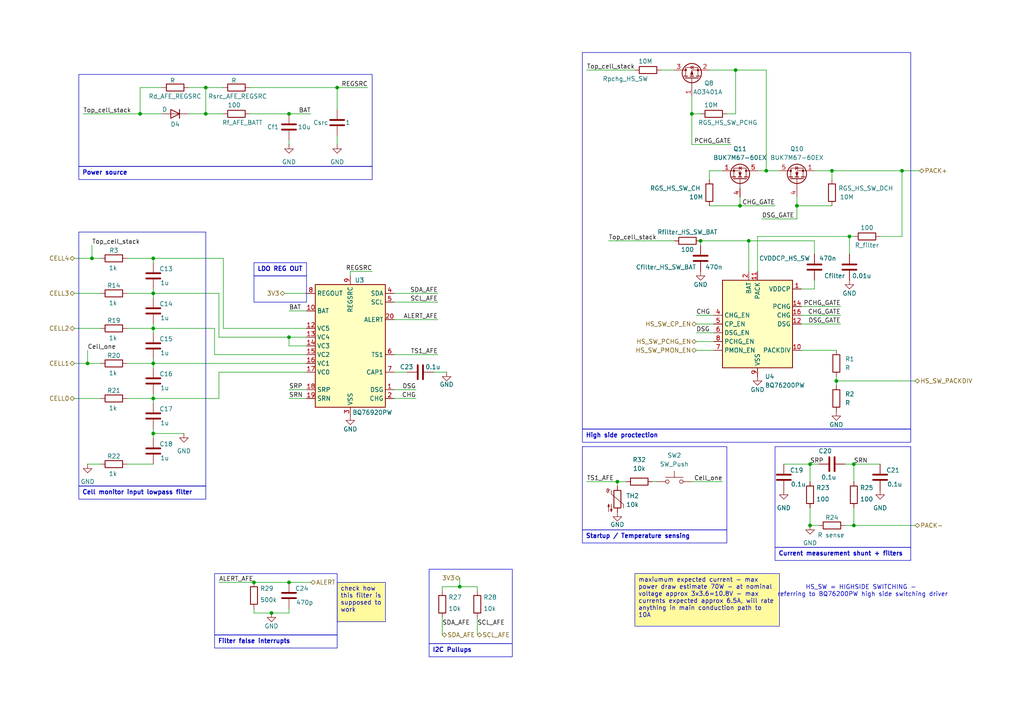
<source format=kicad_sch>
(kicad_sch (version 20250114) (generator "eeschema") (generator_version "9.0")
  (paper "A4")
  (lib_symbols
    (symbol "Battery_Management:BQ76200PW"
      (property "Reference" "U" (at -8.89 13.97 0))
      (property "Value" "BQ76200PW" (at 7.62 13.97 0))
      (symbol "BQ76200PW_0_1"
        (rectangle (start -10.16 -12.7) (end 10.16 12.7) (stroke (width 0.254)) (fill (type background)))
      )
      (symbol "BQ76200PW_1_1"
        (pin input line (at -12.7 2.54 0) (length 2.54) (name "CHG_EN") (number "4"))
        (pin input line (at -12.7 0 0) (length 2.54) (name "CP_EN") (number "5"))
        (pin input line (at -12.7 -2.54 0) (length 2.54) (name "DSG_EN") (number "6"))
        (pin input line (at -12.7 -5.08 0) (length 2.54) (name "PCHG_EN") (number "8"))
        (pin input line (at -12.7 -7.62 0) (length 2.54) (name "PMON_EN") (number "7"))
        (pin no_connect line (at -10.16 10.16 0) (length 2.54) (hide yes) (name "NC") (number "3"))
        (pin no_connect line (at -10.16 7.62 0) (length 2.54) (hide yes) (name "NC") (number "13"))
        (pin no_connect line (at -10.16 5.08 0) (length 2.54) (hide yes) (name "NC") (number "15"))
        (pin power_in line (at -2.54 15.24 270) (length 2.54) (name "BAT") (number "2"))
        (pin power_in line (at 0 15.24 270) (length 2.54) (name "PACK") (number "11"))
        (pin power_in line (at 0 -15.24 90) (length 2.54) (name "VSS") (number "9"))
        (pin output line (at 12.7 10.16 180) (length 2.54) (name "VDDCP") (number "1"))
        (pin output line (at 12.7 5.08 180) (length 2.54) (name "PCHG") (number "14"))
        (pin output line (at 12.7 2.54 180) (length 2.54) (name "CHG") (number "16"))
        (pin output line (at 12.7 0 180) (length 2.54) (name "DSG") (number "12"))
        (pin output line (at 12.7 -7.62 180) (length 2.54) (name "PACKDIV") (number "10"))
      )
    )
    (symbol "Battery_Management:BQ76920PW"
      (property "Reference" "U" (at -10.16 19.05 0))
      (property "Value" "BQ76920PW" (at 12.7 19.05 0))
      (symbol "BQ76920PW_0_1"
        (rectangle (start -10.16 17.78) (end 10.16 -17.78) (stroke (width 0.254)) (fill (type background)))
      )
      (symbol "BQ76920PW_1_0"
        (pin bidirectional line (at -12.7 7.62 0) (length 2.54) (name "ALERT") (number "20"))
        (pin passive line (at -12.7 -2.54 0) (length 2.54) (name "TS1") (number "6"))
        (pin passive line (at -12.7 -7.62 0) (length 2.54) (name "CAP1") (number "7"))
        (pin no_connect line (at -2.54 -17.78 90) (length 2.54) (hide yes) (name "NC") (number "11"))
        (pin power_in line (at 0 20.32 270) (length 2.54) (name "REGSRC") (number "9"))
        (pin power_out line (at 12.7 15.24 180) (length 2.54) (name "REGOUT") (number "8"))
        (pin input line (at 12.7 10.16 180) (length 2.54) (name "BAT") (number "10"))
        (pin input line (at 12.7 5.08 180) (length 2.54) (name "VC5") (number "12"))
        (pin input line (at 12.7 2.54 180) (length 2.54) (name "VC4") (number "13"))
        (pin input line (at 12.7 0 180) (length 2.54) (name "VC3") (number "14"))
        (pin input line (at 12.7 -2.54 180) (length 2.54) (name "VC2") (number "15"))
        (pin input line (at 12.7 -5.08 180) (length 2.54) (name "VC1") (number "16"))
        (pin input line (at 12.7 -7.62 180) (length 2.54) (name "VC0") (number "17"))
        (pin input line (at 12.7 -12.7 180) (length 2.54) (name "SRP") (number "18"))
        (pin input line (at 12.7 -15.24 180) (length 2.54) (name "SRN") (number "19"))
      )
      (symbol "BQ76920PW_1_1"
        (pin bidirectional line (at -12.7 15.24 0) (length 2.54) (name "SDA") (number "4"))
        (pin input line (at -12.7 12.7 0) (length 2.54) (name "SCL") (number "5"))
        (pin output line (at -12.7 -12.7 0) (length 2.54) (name "DSG") (number "1"))
        (pin output line (at -12.7 -15.24 0) (length 2.54) (name "CHG") (number "2"))
        (pin power_in line (at 0 -20.32 90) (length 2.54) (name "VSS") (number "3"))
      )
    )
    (symbol "Device:C" (pin_numbers (hide yes)) (pin_names (offset 0.254))
      (property "Reference" "C" (at 0.635 2.54 0))
      (property "Value" "C" (at 0.635 -2.54 0))
      (symbol "C_0_1"
        (polyline (pts (xy -2.032 0.762) (xy 2.032 0.762)) (stroke (width 0.508)))
        (polyline (pts (xy -2.032 -0.762) (xy 2.032 -0.762)) (stroke (width 0.508)))
      )
      (symbol "C_1_1"
        (pin passive line (at 0 3.81 270) (length 2.794) (name "~") (number "1"))
        (pin passive line (at 0 -3.81 90) (length 2.794) (name "~") (number "2"))
      )
    )
    (symbol "Device:D" (pin_numbers (hide yes)) (pin_names (offset 1.016) (hide yes))
      (property "Reference" "D" (at 0 2.54 0))
      (property "Value" "D" (at 0 -2.54 0))
      (symbol "D_0_1"
        (polyline (pts (xy -1.27 1.27) (xy -1.27 -1.27)) (stroke (width 0.254)))
        (polyline (pts (xy 1.27 1.27) (xy 1.27 -1.27) (xy -1.27 0) (xy 1.27 1.27)) (stroke (width 0.254)))
        (polyline (pts (xy 1.27 0) (xy -1.27 0)))
      )
      (symbol "D_1_1"
        (pin passive line (at -3.81 0 0) (length 2.54) (name "K") (number "1"))
        (pin passive line (at 3.81 0 180) (length 2.54) (name "A") (number "2"))
      )
    )
    (symbol "Device:R" (pin_numbers (hide yes)) (pin_names (offset 0))
      (property "Reference" "R" (at 2.032 0 90))
      (property "Value" "R" (at 0 0 90))
      (symbol "R_0_1"
        (rectangle (start -1.016 -2.54) (end 1.016 2.54) (stroke (width 0.254)))
      )
      (symbol "R_1_1"
        (pin passive line (at 0 3.81 270) (length 1.27) (name "~") (number "1"))
        (pin passive line (at 0 -3.81 90) (length 1.27) (name "~") (number "2"))
      )
    )
    (symbol "Device:Thermistor_NTC" (pin_numbers (hide yes)) (pin_names (offset 0))
      (property "Reference" "TH" (at -4.445 0 90))
      (property "Value" "Thermistor_NTC" (at 3.175 0 90))
      (symbol "Thermistor_NTC_0_1"
        (arc (start -3.175 2.413) (mid -3.0506 2.3165) (end -3.048 2.159))
        (arc (start -3.048 2.794) (mid -2.9736 2.9736) (end -2.794 3.048))
        (arc (start -2.794 3.048) (mid -2.6144 2.9736) (end -2.54 2.794))
        (arc (start -2.794 2.54) (mid -2.9736 2.6144) (end -3.048 2.794))
        (arc (start -2.794 1.905) (mid -2.9736 1.9794) (end -3.048 2.159))
        (arc (start -2.54 2.159) (mid -2.6144 1.9794) (end -2.794 1.905))
        (arc (start -2.159 2.794) (mid -2.434 2.5608) (end -2.794 2.54))
        (polyline (pts (xy -2.54 2.159) (xy -2.54 2.794)))
        (polyline (pts (xy -2.54 -3.683) (xy -2.54 -1.397) (xy -2.794 -2.159) (xy -2.286 -2.159) (xy -2.54 -1.397) (xy -2.54 -1.651)) (fill (type outline)))
        (polyline (pts (xy -1.778 2.54) (xy -1.778 1.524) (xy 1.778 -1.524) (xy 1.778 -2.54)))
        (polyline (pts (xy -1.778 -1.397) (xy -1.778 -3.683) (xy -2.032 -2.921) (xy -1.524 -2.921) (xy -1.778 -3.683) (xy -1.778 -3.429)) (fill (type outline)))
        (rectangle (start -1.016 2.54) (end 1.016 -2.54) (stroke (width 0.254)))
      )
      (symbol "Thermistor_NTC_1_1"
        (pin passive line (at 0 3.81 270) (length 1.27) (name "~") (number "1"))
        (pin passive line (at 0 -3.81 90) (length 1.27) (name "~") (number "2"))
      )
    )
    (symbol "Switch:SW_Push" (pin_numbers (hide yes)) (pin_names (offset 1.016) (hide yes))
      (property "Reference" "SW" (at 1.27 2.54 0))
      (property "Value" "SW_Push" (at 0 -1.524 0))
      (symbol "SW_Push_0_1"
        (circle (center -2.032 0) (radius 0.508))
        (polyline (pts (xy 0 1.27) (xy 0 3.048)))
        (circle (center 2.032 0) (radius 0.508))
        (polyline (pts (xy 2.54 1.27) (xy -2.54 1.27)))
        (pin passive line (at -5.08 0 0) (length 2.54) (name "1") (number "1"))
        (pin passive line (at 5.08 0 180) (length 2.54) (name "2") (number "2"))
      )
    )
    (symbol "Transistor_FET:AO3401A" (pin_names (hide yes))
      (property "Reference" "Q" (at 5.08 1.905 0))
      (property "Value" "AO3401A" (at 5.08 0 0))
      (symbol "AO3401A_0_1"
        (polyline (pts (xy 0.254 1.905) (xy 0.254 -1.905)) (stroke (width 0.254)))
        (polyline (pts (xy 0.254 0) (xy -2.54 0)))
        (polyline (pts (xy 0.762 2.286) (xy 0.762 1.27)) (stroke (width 0.254)))
        (polyline (pts (xy 0.762 1.778) (xy 3.302 1.778) (xy 3.302 -1.778) (xy 0.762 -1.778)))
        (polyline (pts (xy 0.762 0.508) (xy 0.762 -0.508)) (stroke (width 0.254)))
        (polyline (pts (xy 0.762 -1.27) (xy 0.762 -2.286)) (stroke (width 0.254)))
        (circle (center 1.651 0) (radius 2.794) (stroke (width 0.254)))
        (polyline (pts (xy 2.286 0) (xy 1.27 0.381) (xy 1.27 -0.381) (xy 2.286 0)) (fill (type outline)))
        (polyline (pts (xy 2.54 2.54) (xy 2.54 1.778)))
        (circle (center 2.54 1.778) (radius 0.254) (fill (type outline)))
        (circle (center 2.54 -1.778) (radius 0.254) (fill (type outline)))
        (polyline (pts (xy 2.54 -2.54) (xy 2.54 0) (xy 0.762 0)))
        (polyline (pts (xy 2.794 -0.508) (xy 2.921 -0.381) (xy 3.683 -0.381) (xy 3.81 -0.254)))
        (polyline (pts (xy 3.302 -0.381) (xy 2.921 0.254) (xy 3.683 0.254) (xy 3.302 -0.381)))
      )
      (symbol "AO3401A_1_1"
        (pin input line (at -5.08 0 0) (length 2.54) (name "G") (number "1"))
        (pin passive line (at 2.54 5.08 270) (length 2.54) (name "D") (number "3"))
        (pin passive line (at 2.54 -5.08 90) (length 2.54) (name "S") (number "2"))
      )
    )
    (symbol "Transistor_FET:BUK7M67-60EX" (pin_names (hide yes))
      (property "Reference" "Q" (at 5.08 1.905 0))
      (property "Value" "BUK7M67-60EX" (at 5.08 0 0))
      (symbol "BUK7M67-60EX_0_1"
        (polyline (pts (xy 0.254 1.905) (xy 0.254 -1.905)) (stroke (width 0.254)))
        (polyline (pts (xy 0.254 0) (xy -2.54 0)))
        (polyline (pts (xy 0.762 2.286) (xy 0.762 1.27)) (stroke (width 0.254)))
        (polyline (pts (xy 0.762 0.508) (xy 0.762 -0.508)) (stroke (width 0.254)))
        (polyline (pts (xy 0.762 -1.27) (xy 0.762 -2.286)) (stroke (width 0.254)))
        (polyline (pts (xy 0.762 -1.778) (xy 3.302 -1.778) (xy 3.302 1.778) (xy 0.762 1.778)))
        (polyline (pts (xy 1.016 0) (xy 2.032 0.381) (xy 2.032 -0.381) (xy 1.016 0)) (fill (type outline)))
        (circle (center 1.651 0) (radius 2.794) (stroke (width 0.254)))
        (polyline (pts (xy 2.54 2.54) (xy 2.54 1.778)))
        (circle (center 2.54 1.778) (radius 0.254) (fill (type outline)))
        (circle (center 2.54 -1.778) (radius 0.254) (fill (type outline)))
        (polyline (pts (xy 2.54 -2.54) (xy 2.54 0) (xy 0.762 0)))
        (polyline (pts (xy 2.794 0.508) (xy 2.921 0.381) (xy 3.683 0.381) (xy 3.81 0.254)))
        (polyline (pts (xy 3.302 0.381) (xy 2.921 -0.254) (xy 3.683 -0.254) (xy 3.302 0.381)))
      )
      (symbol "BUK7M67-60EX_1_1"
        (pin passive line (at -5.08 0 0) (length 2.54) (name "G") (number "4"))
        (pin passive line (at 2.54 5.08 270) (length 2.54) (name "D") (number "5"))
        (pin passive line (at 2.54 -5.08 90) (length 2.54) (name "S") (number "1"))
        (pin passive line (at 2.54 -5.08 90) (length 2.54) (hide yes) (name "S") (number "2"))
        (pin passive line (at 2.54 -5.08 90) (length 2.54) (hide yes) (name "S") (number "3"))
      )
    )
    (symbol "power:GND" (power) (pin_numbers (hide yes)) (pin_names (offset 0) (hide yes))
      (property "Value" "GND" (at 0 -3.81 0))
      (symbol "GND_0_1"
        (polyline (pts (xy 0 0) (xy 0 -1.27) (xy 1.27 -1.27) (xy 0 -2.54) (xy -1.27 -1.27) (xy 0 -1.27)))
      )
      (symbol "GND_1_1"
        (pin power_in line (at 0 0 270) (length 0) (name "~") (number "1"))
      )
    )
  )
  (rectangle (start 22.86 67.31) (end 59.69 140.97))
  (rectangle (start 168.91 15.24) (end 264.16 124.46))
  (rectangle (start 62.23 166.37) (end 97.79 184.15))
  (rectangle (start 168.91 129.54) (end 210.82 153.67))
  (rectangle (start 124.46 165.1) (end 148.59 186.69))
  (rectangle (start 224.79 129.54) (end 264.16 158.75))
  (rectangle (start 22.86 21.59) (end 107.95 48.26))
  (rectangle (start 73.66 80.01) (end 88.9 87.63))
  (text "HS_SW = HIGHSIDE SWITCHING - \nreferring to BQ76200PW high side switching driver" (at 250.19 171.45 0) (effects (font (size 1.27 1.27))))
  (text_box "I2C Pullups" (at 124.46 186.69 0) (size 24.13 3.81) (margins 0.9525 0.9525 0.9525 0.9525) (effects (font (size 1.27 1.27) (thickness 0.254) (bold yes)) (justify left top)))
  (text_box "High side proctection\n" (at 168.91 124.46 0) (size 95.25 3.81) (margins 0.9525 0.9525 0.9525 0.9525) (effects (font (size 1.27 1.27) (thickness 0.254) (bold yes)) (justify left top)))
  (text_box "LDO REG OUT" (at 73.66 76.2 0) (size 15.24 3.81) (margins 0.9525 0.9525 0.9525 0.9525) (effects (font (size 1.27 1.27) (thickness 0.254) (bold yes)) (justify left top)))
  (text_box "check how this filter is supposed to work" (at 97.79 168.91 0) (size 13.97 11.43) (margins 0.9525 0.9525 0.9525 0.9525) (fill (type color) (color 255 250 158 1)) (effects (font (size 1.27 1.27) (thickness 0.1588)) (justify left top)))
  (text_box "Startup / Temperature sensing" (at 168.91 153.67 0) (size 41.91 3.81) (margins 0.9525 0.9525 0.9525 0.9525) (effects (font (size 1.27 1.27) (thickness 0.254) (bold yes)) (justify left top)))
  (text_box "maxiumum expected current - max power draw estimate 70W - at nominal voltage approx 3x3.6=10.8V - max currents expected approx 6.5A, will rate anything in main conduction path to 10A" (at 184.15 166.37 0) (size 41.91 15.24) (margins 0.9525 0.9525 0.9525 0.9525) (fill (type color) (color 255 250 158 1)) (effects (font (size 1.27 1.27) (thickness 0.1588)) (justify left top)))
  (text_box "Cell monitor input lowpass filter" (at 22.86 140.97 0) (size 36.83 3.81) (margins 0.9525 0.9525 0.9525 0.9525) (effects (font (size 1.27 1.27) (thickness 0.254) (bold yes)) (justify left top)))
  (text_box "Filter false interrupts" (at 62.23 184.15 0) (size 35.56 3.81) (margins 0.9525 0.9525 0.9525 0.9525) (effects (font (size 1.27 1.27) (thickness 0.254) (bold yes)) (justify left top)))
  (text_box "Power source\n" (at 22.86 48.26 0) (size 85.09 3.81) (margins 0.9525 0.9525 0.9525 0.9525) (effects (font (size 1.27 1.27) (thickness 0.254) (bold yes)) (justify left top)))
  (text_box "Current measurement shunt + filters" (at 224.79 158.75 0) (size 39.37 3.81) (margins 0.9525 0.9525 0.9525 0.9525) (effects (font (size 1.27 1.27) (thickness 0.254) (bold yes)) (justify left top)))
  (junction (at 246.38 68.58))
  (junction (at 231.14 59.69))
  (junction (at 83.82 33.02))
  (junction (at 44.45 115.57))
  (junction (at 133.35 170.18))
  (junction (at 59.69 33.02))
  (junction (at 44.45 85.09))
  (junction (at 73.66 168.91))
  (junction (at 203.2 69.85))
  (junction (at 44.45 125.73))
  (junction (at 200.66 33.02))
  (junction (at 83.82 168.91))
  (junction (at 247.65 134.62))
  (junction (at 234.95 152.4))
  (junction (at 83.82 97.79))
  (junction (at 247.65 152.4))
  (junction (at 179.07 139.7))
  (junction (at 44.45 105.41))
  (junction (at 214.63 59.69))
  (junction (at 44.45 95.25))
  (junction (at 44.45 74.93))
  (junction (at 59.69 25.4))
  (junction (at 78.74 177.8))
  (junction (at 26.67 74.93))
  (junction (at 25.4 105.41))
  (junction (at 40.64 33.02))
  (junction (at 97.79 25.4))
  (junction (at 213.36 20.32))
  (junction (at 234.95 134.62))
  (junction (at 217.17 69.85))
  (junction (at 241.3 49.53))
  (junction (at 261.62 49.53))
  (junction (at 222.25 49.53))
  (junction (at 242.57 110.49))
  (wire (pts (xy 26.67 71.12) (xy 26.67 74.93)))
  (wire (pts (xy 138.43 171.45) (xy 138.43 170.18)))
  (wire (pts (xy 243.84 91.44) (xy 232.41 91.44)))
  (wire (pts (xy 64.77 95.25) (xy 88.9 95.25)))
  (wire (pts (xy 83.82 97.79) (xy 83.82 100.33)))
  (wire (pts (xy 133.35 170.18) (xy 138.43 170.18)))
  (wire (pts (xy 63.5 107.95) (xy 88.9 107.95)))
  (wire (pts (xy 232.41 93.98) (xy 243.84 93.98)))
  (wire (pts (xy 189.23 139.7) (xy 190.5 139.7)))
  (wire (pts (xy 72.39 33.02) (xy 83.82 33.02)))
  (wire (pts (xy 245.11 134.62) (xy 247.65 134.62)))
  (wire (pts (xy 36.83 115.57) (xy 44.45 115.57)))
  (wire (pts (xy 114.3 102.87) (xy 127 102.87)))
  (wire (pts (xy 36.83 85.09) (xy 44.45 85.09)))
  (wire (pts (xy 133.35 170.18) (xy 133.35 167.64)))
  (wire (pts (xy 128.27 170.18) (xy 133.35 170.18)))
  (wire (pts (xy 44.45 95.25) (xy 44.45 96.52)))
  (wire (pts (xy 203.2 69.85) (xy 217.17 69.85)))
  (wire (pts (xy 63.5 115.57) (xy 63.5 107.95)))
  (wire (pts (xy 201.93 91.44) (xy 207.01 91.44)))
  (wire (pts (xy 59.69 25.4) (xy 64.77 25.4)))
  (wire (pts (xy 242.57 110.49) (xy 265.43 110.49)))
  (wire (pts (xy 247.65 152.4) (xy 265.43 152.4)))
  (wire (pts (xy 234.95 152.4) (xy 237.49 152.4)))
  (wire (pts (xy 201.93 93.98) (xy 207.01 93.98)))
  (wire (pts (xy 21.59 105.41) (xy 25.4 105.41)))
  (wire (pts (xy 83.82 100.33) (xy 88.9 100.33)))
  (wire (pts (xy 125.73 107.95) (xy 129.54 107.95)))
  (wire (pts (xy 191.77 20.32) (xy 195.58 20.32)))
  (wire (pts (xy 205.74 59.69) (xy 214.63 59.69)))
  (wire (pts (xy 128.27 179.07) (xy 128.27 184.15)))
  (wire (pts (xy 205.74 49.53) (xy 205.74 52.07)))
  (wire (pts (xy 44.45 115.57) (xy 63.5 115.57)))
  (wire (pts (xy 44.45 124.46) (xy 44.45 125.73)))
  (wire (pts (xy 232.41 88.9) (xy 243.84 88.9)))
  (wire (pts (xy 213.36 20.32) (xy 213.36 33.02)))
  (wire (pts (xy 114.3 85.09) (xy 127 85.09)))
  (wire (pts (xy 236.22 83.82) (xy 236.22 81.28)))
  (wire (pts (xy 26.67 74.93) (xy 29.21 74.93)))
  (wire (pts (xy 21.59 95.25) (xy 29.21 95.25)))
  (wire (pts (xy 72.39 25.4) (xy 97.79 25.4)))
  (wire (pts (xy 63.5 97.79) (xy 83.82 97.79)))
  (wire (pts (xy 101.6 78.74) (xy 101.6 80.01)))
  (wire (pts (xy 201.93 101.6) (xy 207.01 101.6)))
  (wire (pts (xy 44.45 74.93) (xy 44.45 76.2)))
  (wire (pts (xy 241.3 49.53) (xy 261.62 49.53)))
  (wire (pts (xy 232.41 83.82) (xy 236.22 83.82)))
  (wire (pts (xy 44.45 95.25) (xy 62.23 95.25)))
  (wire (pts (xy 210.82 33.02) (xy 213.36 33.02)))
  (wire (pts (xy 73.66 176.53) (xy 73.66 177.8)))
  (wire (pts (xy 242.57 109.22) (xy 242.57 110.49)))
  (wire (pts (xy 44.45 115.57) (xy 44.45 116.84)))
  (wire (pts (xy 236.22 69.85) (xy 236.22 73.66)))
  (wire (pts (xy 83.82 177.8) (xy 78.74 177.8)))
  (wire (pts (xy 90.17 33.02) (xy 83.82 33.02)))
  (wire (pts (xy 128.27 171.45) (xy 128.27 170.18)))
  (wire (pts (xy 219.71 68.58) (xy 246.38 68.58)))
  (wire (pts (xy 44.45 125.73) (xy 53.34 125.73)))
  (wire (pts (xy 25.4 105.41) (xy 29.21 105.41)))
  (wire (pts (xy 209.55 49.53) (xy 205.74 49.53)))
  (wire (pts (xy 44.45 85.09) (xy 63.5 85.09)))
  (wire (pts (xy 232.41 101.6) (xy 242.57 101.6)))
  (wire (pts (xy 44.45 104.14) (xy 44.45 105.41)))
  (wire (pts (xy 114.3 107.95) (xy 118.11 107.95)))
  (wire (pts (xy 200.66 41.91) (xy 212.09 41.91)))
  (wire (pts (xy 54.61 25.4) (xy 59.69 25.4)))
  (wire (pts (xy 64.77 74.93) (xy 44.45 74.93)))
  (wire (pts (xy 200.66 33.02) (xy 200.66 41.91)))
  (wire (pts (xy 83.82 41.91) (xy 83.82 40.64)))
  (wire (pts (xy 83.82 115.57) (xy 88.9 115.57)))
  (wire (pts (xy 247.65 147.32) (xy 247.65 152.4)))
  (wire (pts (xy 246.38 73.66) (xy 246.38 68.58)))
  (wire (pts (xy 205.74 20.32) (xy 213.36 20.32)))
  (wire (pts (xy 62.23 102.87) (xy 88.9 102.87)))
  (wire (pts (xy 40.64 25.4) (xy 40.64 33.02)))
  (wire (pts (xy 203.2 69.85) (xy 203.2 71.12)))
  (wire (pts (xy 44.45 105.41) (xy 88.9 105.41)))
  (wire (pts (xy 25.4 101.6) (xy 25.4 105.41)))
  (wire (pts (xy 114.3 115.57) (xy 120.65 115.57)))
  (wire (pts (xy 213.36 20.32) (xy 222.25 20.32)))
  (wire (pts (xy 44.45 127) (xy 44.45 125.73)))
  (wire (pts (xy 106.68 25.4) (xy 97.79 25.4)))
  (wire (pts (xy 234.95 134.62) (xy 234.95 139.7)))
  (wire (pts (xy 21.59 85.09) (xy 29.21 85.09)))
  (wire (pts (xy 236.22 49.53) (xy 241.3 49.53)))
  (wire (pts (xy 83.82 97.79) (xy 88.9 97.79)))
  (wire (pts (xy 83.82 176.53) (xy 83.82 177.8)))
  (wire (pts (xy 83.82 168.91) (xy 90.17 168.91)))
  (wire (pts (xy 241.3 49.53) (xy 241.3 52.07)))
  (wire (pts (xy 261.62 49.53) (xy 266.7 49.53)))
  (wire (pts (xy 200.66 33.02) (xy 203.2 33.02)))
  (wire (pts (xy 217.17 69.85) (xy 236.22 69.85)))
  (wire (pts (xy 234.95 147.32) (xy 234.95 152.4)))
  (wire (pts (xy 73.66 168.91) (xy 83.82 168.91)))
  (wire (pts (xy 261.62 49.53) (xy 261.62 68.58)))
  (wire (pts (xy 179.07 139.7) (xy 181.61 139.7)))
  (wire (pts (xy 227.33 134.62) (xy 234.95 134.62)))
  (wire (pts (xy 242.57 110.49) (xy 242.57 111.76)))
  (wire (pts (xy 59.69 33.02) (xy 64.77 33.02)))
  (wire (pts (xy 36.83 95.25) (xy 44.45 95.25)))
  (wire (pts (xy 247.65 152.4) (xy 245.11 152.4)))
  (wire (pts (xy 170.18 139.7) (xy 179.07 139.7)))
  (wire (pts (xy 97.79 41.91) (xy 97.79 39.37)))
  (wire (pts (xy 246.38 68.58) (xy 247.65 68.58)))
  (wire (pts (xy 83.82 90.17) (xy 88.9 90.17)))
  (wire (pts (xy 44.45 114.3) (xy 44.45 115.57)))
  (wire (pts (xy 97.79 25.4) (xy 97.79 31.75)))
  (wire (pts (xy 36.83 134.62) (xy 44.45 134.62)))
  (wire (pts (xy 40.64 33.02) (xy 46.99 33.02)))
  (wire (pts (xy 107.95 78.74) (xy 101.6 78.74)))
  (wire (pts (xy 179.07 139.7) (xy 179.07 140.97)))
  (wire (pts (xy 176.53 69.85) (xy 195.58 69.85)))
  (wire (pts (xy 54.61 33.02) (xy 59.69 33.02)))
  (wire (pts (xy 231.14 59.69) (xy 231.14 57.15)))
  (wire (pts (xy 220.98 63.5) (xy 231.14 63.5)))
  (wire (pts (xy 114.3 87.63) (xy 127 87.63)))
  (wire (pts (xy 44.45 85.09) (xy 44.45 86.36)))
  (wire (pts (xy 217.17 69.85) (xy 217.17 78.74)))
  (wire (pts (xy 64.77 74.93) (xy 64.77 95.25)))
  (wire (pts (xy 46.99 25.4) (xy 40.64 25.4)))
  (wire (pts (xy 219.71 49.53) (xy 222.25 49.53)))
  (wire (pts (xy 73.66 177.8) (xy 78.74 177.8)))
  (wire (pts (xy 24.13 33.02) (xy 40.64 33.02)))
  (wire (pts (xy 214.63 59.69) (xy 214.63 57.15)))
  (wire (pts (xy 201.93 99.06) (xy 207.01 99.06)))
  (wire (pts (xy 222.25 49.53) (xy 226.06 49.53)))
  (wire (pts (xy 247.65 134.62) (xy 247.65 139.7)))
  (wire (pts (xy 83.82 113.03) (xy 88.9 113.03)))
  (wire (pts (xy 114.3 113.03) (xy 120.65 113.03)))
  (wire (pts (xy 44.45 83.82) (xy 44.45 85.09)))
  (wire (pts (xy 36.83 74.93) (xy 44.45 74.93)))
  (wire (pts (xy 224.79 59.69) (xy 214.63 59.69)))
  (wire (pts (xy 247.65 134.62) (xy 255.27 134.62)))
  (wire (pts (xy 21.59 74.93) (xy 26.67 74.93)))
  (wire (pts (xy 234.95 134.62) (xy 237.49 134.62)))
  (wire (pts (xy 63.5 168.91) (xy 73.66 168.91)))
  (wire (pts (xy 44.45 93.98) (xy 44.45 95.25)))
  (wire (pts (xy 21.59 115.57) (xy 29.21 115.57)))
  (wire (pts (xy 201.93 96.52) (xy 207.01 96.52)))
  (wire (pts (xy 231.14 59.69) (xy 241.3 59.69)))
  (wire (pts (xy 36.83 105.41) (xy 44.45 105.41)))
  (wire (pts (xy 138.43 179.07) (xy 138.43 184.15)))
  (wire (pts (xy 62.23 95.25) (xy 62.23 102.87)))
  (wire (pts (xy 200.66 27.94) (xy 200.66 33.02)))
  (wire (pts (xy 222.25 20.32) (xy 222.25 49.53)))
  (wire (pts (xy 170.18 20.32) (xy 184.15 20.32)))
  (wire (pts (xy 114.3 92.71) (xy 127 92.71)))
  (wire (pts (xy 59.69 25.4) (xy 59.69 33.02)))
  (wire (pts (xy 25.4 134.62) (xy 29.21 134.62)))
  (wire (pts (xy 82.55 85.09) (xy 88.9 85.09)))
  (wire (pts (xy 231.14 59.69) (xy 231.14 63.5)))
  (wire (pts (xy 219.71 68.58) (xy 219.71 78.74)))
  (wire (pts (xy 261.62 68.58) (xy 255.27 68.58)))
  (wire (pts (xy 200.66 139.7) (xy 209.55 139.7)))
  (wire (pts (xy 44.45 105.41) (xy 44.45 106.68)))
  (wire (pts (xy 63.5 85.09) (xy 63.5 97.79)))
  (label "CHG" (at 201.93 91.44 0))
  (label "SRP" (at 83.82 113.03 0))
  (label "BAT" (at 83.82 90.17 0))
  (label "SDA_AFE" (at 128.27 181.61 0))
  (label "DSG_GATE" (at 220.98 63.5 0))
  (label "CHG_GATE" (at 224.79 59.69 180))
  (label "DSG" (at 120.65 113.03 180))
  (label "SRP" (at 234.95 134.62 0))
  (label "Cell_one" (at 25.4 101.6 0))
  (label "Top_cell_stack" (at 176.53 69.85 0))
  (label "Cell_one" (at 209.55 139.7 180))
  (label "SRN" (at 83.82 115.57 0))
  (label "SDA_AFE" (at 127 85.09 180))
  (label "ALERT_AFE" (at 63.5 168.91 0))
  (label "TS1_AFE" (at 127 102.87 180))
  (label "CHG" (at 120.65 115.57 180))
  (label "BAT" (at 90.17 33.02 180))
  (label "TS1_AFE" (at 170.18 139.7 0))
  (label "SCL_AFE" (at 138.43 181.61 0))
  (label "Top_cell_stack" (at 26.67 71.12 0))
  (label "SCL_AFE" (at 127 87.63 180))
  (label "REGSRC" (at 107.95 78.74 180))
  (label "REGSRC" (at 106.68 25.4 180))
  (label "Top_cell_stack" (at 170.18 20.32 0))
  (label "DSG_GATE" (at 243.84 93.98 180))
  (label "PCHG_GATE" (at 212.09 41.91 180))
  (label "DSG" (at 201.93 96.52 0))
  (label "SRN" (at 247.65 134.62 0))
  (label "CHG_GATE" (at 243.84 91.44 180))
  (label "Top_cell_stack" (at 24.13 33.02 0))
  (label "PCHG_GATE" (at 243.84 88.9 180))
  (label "ALERT_AFE" (at 127 92.71 180))
  (hierarchical_label "SCL_AFE" (shape bidirectional) (at 138.43 184.15 0))
  (hierarchical_label "PACK-" (shape bidirectional) (at 265.43 152.4 0))
  (hierarchical_label "CELL0" (shape bidirectional) (at 21.59 115.57 180))
  (hierarchical_label "3V3" (shape bidirectional) (at 133.35 167.64 180))
  (hierarchical_label "3V3" (shape bidirectional) (at 82.55 85.09 180))
  (hierarchical_label "CELL4" (shape bidirectional) (at 21.59 74.93 180))
  (hierarchical_label "ALERT" (shape bidirectional) (at 90.17 168.91 0))
  (hierarchical_label "PACK+" (shape bidirectional) (at 266.7 49.53 0))
  (hierarchical_label "SDA_AFE" (shape bidirectional) (at 128.27 184.15 0))
  (hierarchical_label "CELL3" (shape bidirectional) (at 21.59 85.09 180))
  (hierarchical_label "HS_SW_CP_EN" (shape bidirectional) (at 201.93 93.98 180))
  (hierarchical_label "CELL2" (shape bidirectional) (at 21.59 95.25 180))
  (hierarchical_label "HS_SW_PCHG_EN" (shape bidirectional) (at 201.93 99.06 180))
  (hierarchical_label "CELL1" (shape bidirectional) (at 21.59 105.41 180))
  (hierarchical_label "HS_SW_PACKDIV" (shape bidirectional) (at 265.43 110.49 0))
  (hierarchical_label "HS_SW_PMON_EN" (shape bidirectional) (at 201.93 101.6 180))
  (symbol (lib_id "power:GND") (at 83.82 41.91 0) (unit 1)
    (property "Reference" "#PWR018" (effects (hide yes)))
    (property "Value" "GND" (at 83.82 46.99 0))
    (property "Description" "Power symbol creates a global label with name \"GND\" , ground" (effects (hide yes)))
  )
  (symbol (lib_id "Device:C") (at 246.38 77.47 180) (unit 1)
    (property "Reference" "Cfilter" (at 245.11 80.01 0) (effects (justify left)))
    (property "Value" "0.01u" (at 252.73 80.01 0) (effects (justify left)))
    (property "Description" "Unpolarized capacitor" (effects (hide yes)))
  )
  (symbol (lib_id "Transistor_FET:AO3401A") (at 200.66 22.86 90) (unit 1)
    (property "Reference" "Q8" (at 207.01 24.13 90) (effects (justify left)))
    (property "Value" "AO3401A" (at 209.55 26.67 90) (effects (justify left)))
    (property "Footprint" "Package_TO_SOT_SMD:SOT-23" (effects (hide yes)))
    (property "Datasheet" "http://www.aosmd.com/pdfs/datasheet/AO3401A.pdf" (effects (hide yes)))
    (property "Description" "-4.0A Id, -30V Vds, P-Channel MOSFET, SOT-23" (effects (hide yes)))
  )
  (symbol (lib_id "Device:C") (at 44.45 80.01 0) (unit 1)
    (property "Reference" "C13" (at 46.228 77.978 0) (effects (justify left)))
    (property "Value" "1u" (at 46.482 82.042 0) (effects (justify left)))
    (property "Description" "Unpolarized capacitor" (effects (hide yes)))
  )
  (symbol (lib_id "Device:R") (at 33.02 105.41 90) (unit 1)
    (property "Reference" "R20" (at 33.02 103.124 90))
    (property "Value" "1k" (at 32.766 108.204 90))
    (property "Description" "Resistor" (effects (hide yes)))
  )
  (symbol (lib_id "Device:C") (at 44.45 120.65 0) (unit 1)
    (property "Reference" "C17" (at 46.228 118.618 0) (effects (justify left)))
    (property "Value" "1u" (at 46.482 122.682 0) (effects (justify left)))
    (property "Description" "Unpolarized capacitor" (effects (hide yes)))
  )
  (symbol (lib_id "Device:R") (at 33.02 115.57 90) (unit 1)
    (property "Reference" "R21" (at 33.02 113.284 90))
    (property "Value" "1k" (at 32.766 118.364 90))
    (property "Description" "Resistor" (effects (hide yes)))
  )
  (symbol (lib_id "Device:R") (at 68.58 33.02 90) (unit 1)
    (property "Reference" "Rf_AFE_BATT" (at 76.2 35.56 90) (effects (justify left)))
    (property "Value" "100" (at 69.85 30.48 90) (effects (justify left)))
    (property "Description" "Resistor" (effects (hide yes)))
  )
  (symbol (lib_id "Device:R") (at 185.42 139.7 90) (unit 1)
    (property "Reference" "R32" (at 185.42 133.35 90))
    (property "Value" "10k" (at 185.42 135.89 90))
    (property "Description" "Resistor" (effects (hide yes)))
  )
  (symbol (lib_id "power:GND") (at 78.74 177.8 0) (unit 1)
    (property "Reference" "#PWR025" (effects (hide yes)))
    (property "Value" "GND" (at 78.74 181.61 0))
    (property "Description" "Power symbol creates a global label with name \"GND\" , ground" (effects (hide yes)))
  )
  (symbol (lib_id "power:GND") (at 227.33 142.24 0) (unit 1)
    (property "Reference" "#PWR016" (effects (hide yes)))
    (property "Value" "GND" (at 227.33 147.32 0))
    (property "Description" "Power symbol creates a global label with name \"GND\" , ground" (effects (hide yes)))
  )
  (symbol (lib_id "Device:R") (at 50.8 25.4 90) (unit 1)
    (property "Reference" "Rd_AFE_REGSRC" (at 58.42 27.94 90) (effects (justify left)))
    (property "Value" "R" (at 50.8 23.368 90) (effects (justify left)))
    (property "Description" "Resistor" (effects (hide yes)))
  )
  (symbol (lib_id "Device:C") (at 97.79 35.56 180) (unit 1)
    (property "Reference" "Csrc" (at 95.25 35.56 0) (effects (justify left)))
    (property "Value" "1" (at 101.6 35.56 0) (effects (justify left)))
    (property "Description" "Unpolarized capacitor" (effects (hide yes)))
  )
  (symbol (lib_id "power:GND") (at 101.6 120.65 0) (unit 1)
    (property "Reference" "#PWR020" (effects (hide yes)))
    (property "Value" "GND" (at 101.6 124.46 0))
    (property "Description" "Power symbol creates a global label with name \"GND\" , ground" (effects (hide yes)))
  )
  (symbol (lib_id "Device:R") (at 138.43 175.26 0) (unit 1)
    (property "Reference" "R28" (at 140.208 173.228 0) (effects (justify left)))
    (property "Value" "10k" (at 140.208 176.53 0) (effects (justify left)))
    (property "Description" "Resistor" (effects (hide yes)))
  )
  (symbol (lib_id "Device:C") (at 44.45 90.17 0) (unit 1)
    (property "Reference" "C14" (at 46.228 88.138 0) (effects (justify left)))
    (property "Value" "1u" (at 46.482 92.202 0) (effects (justify left)))
    (property "Description" "Unpolarized capacitor" (effects (hide yes)))
  )
  (symbol (lib_id "power:GND") (at 219.71 109.22 0) (unit 1)
    (property "Reference" "#PWR028" (effects (hide yes)))
    (property "Value" "GND" (at 219.71 113.03 0))
    (property "Description" "Power symbol creates a global label with name \"GND\" , ground" (effects (hide yes)))
  )
  (symbol (lib_id "Device:R") (at 128.27 175.26 0) (unit 1)
    (property "Reference" "R27" (at 130.048 173.228 0) (effects (justify left)))
    (property "Value" "10k" (at 130.048 176.53 0) (effects (justify left)))
    (property "Description" "Resistor" (effects (hide yes)))
  )
  (symbol (lib_id "Device:C") (at 236.22 77.47 180) (unit 1)
    (property "Reference" "CVDDCP_HS_SW" (at 234.95 74.93 0) (effects (justify left)))
    (property "Value" "470n" (at 242.57 74.93 0) (effects (justify left)))
    (property "Description" "Unpolarized capacitor" (effects (hide yes)))
  )
  (symbol (lib_id "Device:R") (at 205.74 55.88 0) (mirror y) (unit 1)
    (property "Reference" "RGS_HS_SW_CH" (at 203.2 54.61 0) (effects (justify left)))
    (property "Value" "10M" (at 203.962 57.15 0) (effects (justify left)))
    (property "Description" "Resistor" (effects (hide yes)))
  )
  (symbol (lib_id "power:GND") (at 242.57 119.38 0) (unit 1)
    (property "Reference" "#PWR031" (effects (hide yes)))
    (property "Value" "GND" (at 242.57 123.19 0))
    (property "Description" "Power symbol creates a global label with name \"GND\" , ground" (effects (hide yes)))
  )
  (symbol (lib_id "power:GND") (at 246.38 81.28 0) (unit 1)
    (property "Reference" "#PWR032" (effects (hide yes)))
    (property "Value" "GND" (at 246.38 85.09 0))
    (property "Description" "Power symbol creates a global label with name \"GND\" , ground" (effects (hide yes)))
  )
  (symbol (lib_id "Device:D") (at 50.8 33.02 180) (unit 1)
    (property "Reference" "D4" (at 50.8 36.068 0))
    (property "Value" "D" (at 47.752 31.75 0))
    (property "Description" "Diode" (effects (hide yes)))
    (property "Sim.Device" "D" (effects (hide yes)))
    (property "Sim.Pins" "1=K 2=A" (effects (hide yes)))
  )
  (symbol (lib_id "Device:R") (at 241.3 152.4 90) (unit 1)
    (property "Reference" "R24" (at 241.3 150.114 90))
    (property "Value" "R sense" (at 241.046 155.194 90))
    (property "Description" "Resistor" (effects (hide yes)))
  )
  (symbol (lib_id "Device:R") (at 241.3 55.88 0) (mirror y) (unit 1)
    (property "Reference" "RGS_HS_SW_DCH" (at 259.08 54.61 0) (effects (justify left)))
    (property "Value" "10M" (at 247.65 57.15 0) (effects (justify left)))
    (property "Description" "Resistor" (effects (hide yes)))
  )
  (symbol (lib_id "Device:R") (at 68.58 25.4 90) (unit 1)
    (property "Reference" "Rsrc_AFE_REGSRC" (at 77.47 27.94 90) (effects (justify left)))
    (property "Value" "R" (at 68.58 23.368 90) (effects (justify left)))
    (property "Description" "Resistor" (effects (hide yes)))
  )
  (symbol (lib_id "Device:C") (at 227.33 138.43 0) (unit 1)
    (property "Reference" "C19" (at 229.108 136.398 0) (effects (justify left)))
    (property "Value" "0.1u" (at 229.362 140.462 0) (effects (justify left)))
    (property "Description" "Unpolarized capacitor" (effects (hide yes)))
  )
  (symbol (lib_id "Device:R") (at 242.57 105.41 0) (unit 1)
    (property "Reference" "R1" (at 245.11 104.1399 0) (effects (justify left)))
    (property "Value" "R" (at 245.11 106.6799 0) (effects (justify left)))
    (property "Description" "Resistor" (effects (hide yes)))
  )
  (symbol (lib_id "Device:C") (at 121.92 107.95 90) (unit 1)
    (property "Reference" "C23" (at 119.888 106.426 90) (effects (justify left)))
    (property "Value" "0.1u" (at 127.762 106.426 90) (effects (justify left)))
    (property "Description" "Unpolarized capacitor" (effects (hide yes)))
  )
  (symbol (lib_id "Device:R") (at 242.57 115.57 0) (unit 1)
    (property "Reference" "R2" (at 245.11 114.2999 0) (effects (justify left)))
    (property "Value" "R" (at 245.11 116.8399 0) (effects (justify left)))
    (property "Description" "Resistor" (effects (hide yes)))
  )
  (symbol (lib_id "Device:R") (at 234.95 143.51 0) (unit 1)
    (property "Reference" "R23" (at 236.728 141.478 0) (effects (justify left)))
    (property "Value" "100" (at 236.728 144.78 0) (effects (justify left)))
    (property "Description" "Resistor" (effects (hide yes)))
  )
  (symbol (lib_id "power:GND") (at 97.79 41.91 0) (unit 1)
    (property "Reference" "#PWR021" (effects (hide yes)))
    (property "Value" "GND" (at 97.79 46.99 0))
    (property "Description" "Power symbol creates a global label with name \"GND\" , ground" (effects (hide yes)))
  )
  (symbol (lib_id "Device:C") (at 203.2 74.93 180) (unit 1)
    (property "Reference" "Cfilter_HS_SW_BAT" (at 201.93 77.47 0) (effects (justify left)))
    (property "Value" "470n" (at 209.55 77.47 0) (effects (justify left)))
    (property "Description" "Unpolarized capacitor" (effects (hide yes)))
  )
  (symbol (lib_id "Device:R") (at 207.01 33.02 90) (mirror x) (unit 1)
    (property "Reference" "RGS_HS_SW_PCHG" (at 219.71 35.56 90) (effects (justify left)))
    (property "Value" "10M" (at 208.28 30.48 90) (effects (justify left)))
    (property "Description" "Resistor" (effects (hide yes)))
  )
  (symbol (lib_id "Device:R") (at 199.39 69.85 90) (unit 1)
    (property "Reference" "Rfilter_HS_SW_BAT" (at 199.39 67.31 90))
    (property "Value" "100" (at 199.39 72.39 90))
    (property "Description" "Resistor" (effects (hide yes)))
  )
  (symbol (lib_id "Device:C") (at 44.45 110.49 0) (unit 1)
    (property "Reference" "C16" (at 46.228 108.458 0) (effects (justify left)))
    (property "Value" "1u" (at 46.482 112.522 0) (effects (justify left)))
    (property "Description" "Unpolarized capacitor" (effects (hide yes)))
  )
  (symbol (lib_id "Switch:SW_Push") (at 195.58 139.7 0) (unit 1)
    (property "Reference" "SW2" (at 195.58 132.08 0))
    (property "Value" "SW_Push" (at 195.58 134.62 0))
    (property "Description" "Push button switch, generic, two pins" (effects (hide yes)))
  )
  (symbol (lib_id "Device:R") (at 33.02 95.25 90) (unit 1)
    (property "Reference" "R19" (at 33.02 92.964 90))
    (property "Value" "1k" (at 32.766 98.044 90))
    (property "Description" "Resistor" (effects (hide yes)))
  )
  (symbol (lib_id "Device:C") (at 83.82 36.83 0) (unit 1)
    (property "Reference" "Cf1" (at 77.47 36.83 0) (effects (justify left)))
    (property "Value" "10u" (at 86.36 36.83 0) (effects (justify left)))
    (property "Description" "Unpolarized capacitor" (effects (hide yes)))
  )
  (symbol (lib_id "Device:R") (at 33.02 134.62 90) (unit 1)
    (property "Reference" "R22" (at 33.02 132.334 90))
    (property "Value" "1k" (at 32.766 137.414 90))
    (property "Description" "Resistor" (effects (hide yes)))
  )
  (symbol (lib_id "Battery_Management:BQ76920PW") (at 101.6 100.33 0) (mirror y) (unit 1)
    (property "Reference" "U3" (at 105.664 81.28 0) (effects (justify left)))
    (property "Value" "BQ76920PW" (at 113.792 119.634 0) (effects (justify left)))
    (property "Footprint" "Package_SO:TSSOP-20_4.4x6.5mm_P0.65mm" (effects (hide yes)))
    (property "Datasheet" "http://www.ti.com/lit/ds/symlink/bq76920.pdf" (effects (hide yes)))
    (property "Description" "Lithium battery monitor, 3-5 cells, integrated balancing, I2C interface, TSSOP-20" (effects (hide yes)))
  )
  (symbol (lib_id "Battery_Management:BQ76200PW") (at 219.71 93.98 0) (unit 1)
    (property "Reference" "U4" (at 221.8533 109.22 0) (effects (justify left)))
    (property "Value" "BQ76200PW" (at 221.8533 111.76 0) (effects (justify left)))
    (property "Footprint" "Package_SO:TSSOP-16_4.4x5mm_P0.65mm" (effects (hide yes)))
    (property "Datasheet" "http://www.ti.com/lit/ds/symlink/bq76200.pdf" (effects (hide yes)))
    (property "Description" "High Voltage Battery Pack Front-End Charge/Discharge High-Side NFET Driver, TSSOP-16" (effects (hide yes)))
  )
  (symbol (lib_id "Device:C") (at 255.27 138.43 0) (unit 1)
    (property "Reference" "C21" (at 257.048 136.398 0) (effects (justify left)))
    (property "Value" "0.1u" (at 257.302 140.462 0) (effects (justify left)))
    (property "Description" "Unpolarized capacitor" (effects (hide yes)))
  )
  (symbol (lib_id "Device:C") (at 241.3 134.62 90) (unit 1)
    (property "Reference" "C20" (at 241.3 130.81 90) (effects (justify left)))
    (property "Value" "0.1u" (at 242.57 138.43 90) (effects (justify left)))
    (property "Description" "Unpolarized capacitor" (effects (hide yes)))
  )
  (symbol (lib_id "power:GND") (at 53.34 125.73 0) (unit 1)
    (property "Reference" "#PWR015" (effects (hide yes)))
    (property "Value" "GND" (at 53.34 130.81 0))
    (property "Description" "Power symbol creates a global label with name \"GND\" , ground" (effects (hide yes)))
  )
  (symbol (lib_id "Device:R") (at 33.02 74.93 90) (unit 1)
    (property "Reference" "R3" (at 33.02 72.644 90))
    (property "Value" "1k" (at 32.766 77.724 90))
    (property "Description" "Resistor" (effects (hide yes)))
  )
  (symbol (lib_id "Device:R") (at 187.96 20.32 90) (mirror x) (unit 1)
    (property "Reference" "Rpchg_HS_SW" (at 187.96 22.86 90) (effects (justify left)))
    (property "Value" "10M" (at 189.23 17.78 90) (effects (justify left)))
    (property "Description" "Resistor" (effects (hide yes)))
  )
  (symbol (lib_id "power:GND") (at 179.07 148.59 0) (unit 1)
    (property "Reference" "#PWR024" (effects (hide yes)))
    (property "Value" "GND" (at 179.07 152.146 0))
    (property "Description" "Power symbol creates a global label with name \"GND\" , ground" (effects (hide yes)))
  )
  (symbol (lib_id "Transistor_FET:BUK7M67-60EX") (at 231.14 52.07 90) (unit 1)
    (property "Reference" "Q10" (at 231.14 43.18 90))
    (property "Value" "BUK7M67-60EX" (at 231.14 45.72 90))
    (property "Footprint" "Package_TO_SOT_SMD:LFPAK33" (effects (hide yes)))
    (property "Datasheet" "https://assets.nexperia.com/documents/data-sheet/BUK7M67-60E.pdf" (effects (hide yes)))
    (property "Description" "14A Id, 60V Vds, N-Channel TrenchMOS MOSFET, 67mOhm Ron, 6.7nC Qqd, -55 to 175 °C, LFPAK33" (effects (hide yes)))
  )
  (symbol (lib_id "Device:C") (at 44.45 130.81 0) (unit 1)
    (property "Reference" "C18" (at 46.228 128.778 0) (effects (justify left)))
    (property "Value" "1u" (at 46.482 132.842 0) (effects (justify left)))
    (property "Description" "Unpolarized capacitor" (effects (hide yes)))
  )
  (symbol (lib_id "Device:Thermistor_NTC") (at 179.07 144.78 0) (unit 1)
    (property "Reference" "TH2" (at 181.61 143.8274 0) (effects (justify left)))
    (property "Value" "10k" (at 181.61 146.3674 0) (effects (justify left)))
    (property "Description" "Temperature dependent resistor, negative temperature coefficient" (effects (hide yes)))
  )
  (symbol (lib_id "Device:R") (at 247.65 143.51 0) (unit 1)
    (property "Reference" "R25" (at 249.428 141.478 0) (effects (justify left)))
    (property "Value" "100" (at 249.428 144.78 0) (effects (justify left)))
    (property "Description" "Resistor" (effects (hide yes)))
  )
  (symbol (lib_id "Device:R") (at 251.46 68.58 90) (unit 1)
    (property "Reference" "R_filter" (at 251.46 71.12 90))
    (property "Value" "100" (at 251.46 66.04 90))
    (property "Description" "Resistor" (effects (hide yes)))
  )
  (symbol (lib_id "power:GND") (at 129.54 107.95 0) (unit 1)
    (property "Reference" "#PWR022" (effects (hide yes)))
    (property "Value" "GND" (at 129.54 111.506 0))
    (property "Description" "Power symbol creates a global label with name \"GND\" , ground" (effects (hide yes)))
  )
  (symbol (lib_id "power:GND") (at 255.27 142.24 0) (unit 1)
    (property "Reference" "#PWR019" (effects (hide yes)))
    (property "Value" "GND" (at 255.27 147.32 0))
    (property "Description" "Power symbol creates a global label with name \"GND\" , ground" (effects (hide yes)))
  )
  (symbol (lib_id "Transistor_FET:BUK7M67-60EX") (at 214.63 52.07 270) (mirror x) (unit 1)
    (property "Reference" "Q11" (at 214.63 43.18 90))
    (property "Value" "BUK7M67-60EX" (at 214.63 45.72 90))
    (property "Footprint" "Package_TO_SOT_SMD:LFPAK33" (effects (hide yes)))
    (property "Datasheet" "https://assets.nexperia.com/documents/data-sheet/BUK7M67-60E.pdf" (effects (hide yes)))
    (property "Description" "14A Id, 60V Vds, N-Channel TrenchMOS MOSFET, 67mOhm Ron, 6.7nC Qqd, -55 to 175 °C, LFPAK33" (effects (hide yes)))
  )
  (symbol (lib_id "Device:C") (at 83.82 172.72 0) (unit 1)
    (property "Reference" "C24" (at 85.598 170.688 0) (effects (justify left)))
    (property "Value" "470p" (at 85.852 174.752 0) (effects (justify left)))
    (property "Description" "Unpolarized capacitor" (effects (hide yes)))
  )
  (symbol (lib_id "Device:R") (at 73.66 172.72 0) (unit 1)
    (property "Reference" "R29" (at 75.438 170.688 0) (effects (justify left)))
    (property "Value" "500k" (at 75.438 173.99 0) (effects (justify left)))
    (property "Description" "Resistor" (effects (hide yes)))
  )
  (symbol (lib_id "Device:R") (at 33.02 85.09 90) (unit 1)
    (property "Reference" "R14" (at 33.02 82.804 90))
    (property "Value" "1k" (at 32.766 87.884 90))
    (property "Description" "Resistor" (effects (hide yes)))
  )
  (symbol (lib_id "power:GND") (at 234.95 152.4 0) (unit 1)
    (property "Reference" "#PWR017" (effects (hide yes)))
    (property "Value" "GND" (at 234.95 157.48 0))
    (property "Description" "Power symbol creates a global label with name \"GND\" , ground" (effects (hide yes)))
  )
  (symbol (lib_id "power:GND") (at 25.4 134.62 0) (unit 1)
    (property "Reference" "#PWR014" (effects (hide yes)))
    (property "Value" "GND" (at 25.4 139.7 0))
    (property "Description" "Power symbol creates a global label with name \"GND\" , ground" (effects (hide yes)))
  )
  (symbol (lib_id "Device:C") (at 44.45 100.33 0) (unit 1)
    (property "Reference" "C15" (at 46.228 98.298 0) (effects (justify left)))
    (property "Value" "1u" (at 46.482 102.362 0) (effects (justify left)))
    (property "Description" "Unpolarized capacitor" (effects (hide yes)))
  )
  (symbol (lib_id "power:GND") (at 203.2 78.74 0) (unit 1)
    (property "Reference" "#PWR033" (effects (hide yes)))
    (property "Value" "GND" (at 203.2 82.55 0))
    (property "Description" "Power symbol creates a global label with name \"GND\" , ground" (effects (hide yes)))
  )
)
</source>
